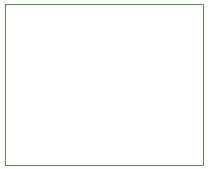
<source format=gbr>
G04 #@! TF.GenerationSoftware,KiCad,Pcbnew,5.1.5+dfsg1-2*
G04 #@! TF.CreationDate,2020-03-08T13:50:41+09:00*
G04 #@! TF.ProjectId,dbmbyhd,64626d62-7968-4642-9e6b-696361645f70,rev?*
G04 #@! TF.SameCoordinates,Original*
G04 #@! TF.FileFunction,Profile,NP*
%FSLAX46Y46*%
G04 Gerber Fmt 4.6, Leading zero omitted, Abs format (unit mm)*
G04 Created by KiCad (PCBNEW 5.1.5+dfsg1-2) date 2020-03-08 13:50:41*
%MOMM*%
%LPD*%
G04 APERTURE LIST*
%ADD10C,0.050000*%
G04 APERTURE END LIST*
D10*
X139573000Y-108712000D02*
X156337000Y-108712000D01*
X156337000Y-95123000D02*
X139573000Y-95123000D01*
X156337000Y-108712000D02*
X156337000Y-95123000D01*
X139573000Y-95123000D02*
X139573000Y-108712000D01*
M02*

</source>
